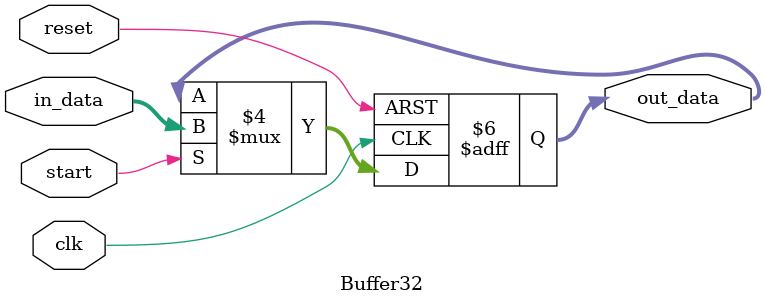
<source format=v>


// endmodule

module Buffer32 (
    input wire clk,
    input wire reset,
    input wire start,
    input wire [31:0] in_data,
    output reg [31:0] out_data
);

// always @(posedge clk or negedge reset) begin
//     if (!reset) begin
//         out_data <= 32'b0; // Reset output to 0
//     end else if (start) begin
//         out_data <= in_data; // Pass input to output if start is 1
//     end else begin
//         out_data <= 32'b0; // Set output to 0 if start is 0
//     end
// end

always  @(posedge clk or negedge reset) begin
    if (~reset) begin 
        out_data <= 32'b0;
    end else begin
        if (start) begin
            out_data <= in_data;
        end else begin 
            out_data <= out_data;
        end 
    end 
end 
endmodule

</source>
